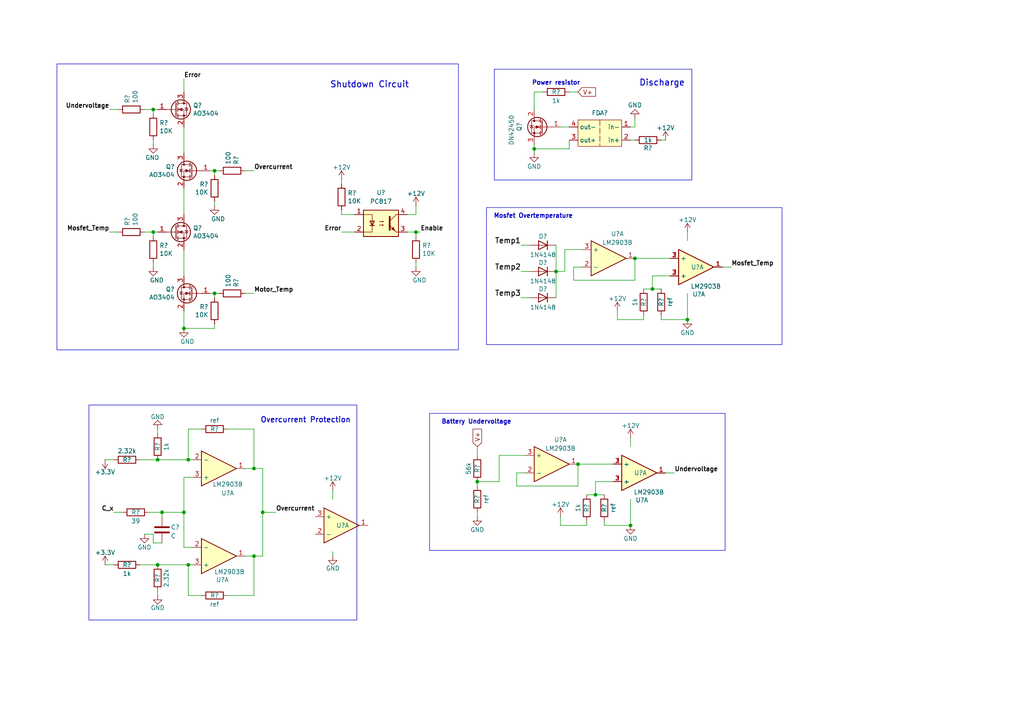
<source format=kicad_sch>
(kicad_sch (version 20250114) (generator "eeschema") (generator_version "9.0")
  (paper "A4")
  (lib_symbols
    (symbol "Device:C" (pin_numbers (hide yes)) (pin_names (offset 0.254))
      (property "Reference" "C" (at 0.635 2.54 0))
      (property "Value" "C" (at 0.635 -2.54 0))
      (symbol "C_0_1"
        (polyline (pts (xy -2.032 0.762) (xy 2.032 0.762)) (stroke (width 0.508)))
        (polyline (pts (xy -2.032 -0.762) (xy 2.032 -0.762)) (stroke (width 0.508)))
      )
      (symbol "C_1_1"
        (pin passive line (at 0 3.81 270) (length 2.794) (name "~") (number "1"))
        (pin passive line (at 0 -3.81 90) (length 2.794) (name "~") (number "2"))
      )
    )
    (symbol "Device:Opamp_Dual"
      (property "Reference" "U" (at 0 5.08 0))
      (property "Value" "Opamp_Dual" (at 0 -5.08 0))
      (symbol "Opamp_Dual_1_1"
        (polyline (pts (xy -5.08 5.08) (xy 5.08 0) (xy -5.08 -5.08) (xy -5.08 5.08)) (stroke (width 0.254)) (fill (type background)))
        (pin input line (at -7.62 2.54 0) (length 2.54) (name "+") (number "3"))
        (pin input line (at -7.62 -2.54 0) (length 2.54) (name "-") (number "2"))
        (pin output line (at 7.62 0 180) (length 2.54) (name "~") (number "1"))
      )
      (symbol "Opamp_Dual_2_1"
        (polyline (pts (xy -5.08 5.08) (xy 5.08 0) (xy -5.08 -5.08) (xy -5.08 5.08)) (stroke (width 0.254)) (fill (type background)))
        (pin input line (at -7.62 2.54 0) (length 2.54) (name "+") (number "5"))
        (pin input line (at -7.62 -2.54 0) (length 2.54) (name "-") (number "6"))
        (pin output line (at 7.62 0 180) (length 2.54) (name "~") (number "7"))
      )
      (symbol "Opamp_Dual_3_1"
        (pin power_in line (at -2.54 7.62 270) (length 3.81) (name "V+") (number "8"))
        (pin power_in line (at -2.54 -7.62 90) (length 3.81) (name "V-") (number "4"))
      )
    )
    (symbol "Device:R" (pin_numbers (hide yes)) (pin_names (offset 0))
      (property "Reference" "R" (at 2.032 0 90))
      (property "Value" "R" (at 0 0 90))
      (symbol "R_0_1"
        (rectangle (start -1.016 -2.54) (end 1.016 2.54) (stroke (width 0.254)))
      )
      (symbol "R_1_1"
        (pin passive line (at 0 3.81 270) (length 1.27) (name "~") (number "1"))
        (pin passive line (at 0 -3.81 90) (length 1.27) (name "~") (number "2"))
      )
    )
    (symbol "Diode:1N4148" (pin_numbers (hide yes)) (pin_names (hide yes))
      (property "Reference" "D" (at 0 2.54 0))
      (property "Value" "1N4148" (at 0 -2.54 0))
      (symbol "1N4148_0_1"
        (polyline (pts (xy -1.27 1.27) (xy -1.27 -1.27)) (stroke (width 0.254)))
        (polyline (pts (xy 1.27 1.27) (xy 1.27 -1.27) (xy -1.27 0) (xy 1.27 1.27)) (stroke (width 0.254)))
        (polyline (pts (xy 1.27 0) (xy -1.27 0)))
      )
      (symbol "1N4148_1_1"
        (pin passive line (at -3.81 0 0) (length 2.54) (name "K") (number "1"))
        (pin passive line (at 3.81 0 180) (length 2.54) (name "A") (number "2"))
      )
    )
    (symbol "Isolator:PC817" (pin_names (offset 1.016))
      (property "Reference" "U" (at -5.08 5.08 0))
      (property "Value" "PC817" (at 0 5.08 0))
      (symbol "PC817_0_1"
        (rectangle (start -5.08 3.81) (end 5.08 -3.81) (stroke (width 0.254)) (fill (type background)))
        (polyline (pts (xy -5.08 2.54) (xy -2.54 2.54) (xy -2.54 -0.635)))
        (polyline (pts (xy -3.175 -0.635) (xy -1.905 -0.635)) (stroke (width 0.254)))
        (polyline (pts (xy -2.54 -0.635) (xy -2.54 -2.54) (xy -5.08 -2.54)))
        (polyline (pts (xy -2.54 -0.635) (xy -3.175 0.635) (xy -1.905 0.635) (xy -2.54 -0.635)) (stroke (width 0.254)))
        (polyline (pts (xy -0.508 0.508) (xy 0.762 0.508) (xy 0.381 0.381) (xy 0.381 0.635) (xy 0.762 0.508)))
        (polyline (pts (xy -0.508 -0.508) (xy 0.762 -0.508) (xy 0.381 -0.635) (xy 0.381 -0.381) (xy 0.762 -0.508)))
        (polyline (pts (xy 2.54 1.905) (xy 2.54 -1.905) (xy 2.54 -1.905)) (stroke (width 0.508)))
        (polyline (pts (xy 2.54 0.635) (xy 4.445 2.54)))
        (polyline (pts (xy 3.048 -1.651) (xy 3.556 -1.143) (xy 4.064 -2.159) (xy 3.048 -1.651) (xy 3.048 -1.651)) (fill (type outline)))
        (polyline (pts (xy 4.445 2.54) (xy 5.08 2.54)))
        (polyline (pts (xy 4.445 -2.54) (xy 2.54 -0.635)) (fill (type outline)))
        (polyline (pts (xy 4.445 -2.54) (xy 5.08 -2.54)))
      )
      (symbol "PC817_1_1"
        (pin passive line (at -7.62 2.54 0) (length 2.54) (name "~") (number "1"))
        (pin passive line (at -7.62 -2.54 0) (length 2.54) (name "~") (number "2"))
        (pin passive line (at 7.62 2.54 180) (length 2.54) (name "~") (number "4"))
        (pin passive line (at 7.62 -2.54 180) (length 2.54) (name "~") (number "3"))
      )
    )
    (symbol "Transistor_FET:2N7002" (pin_names (hide yes))
      (property "Reference" "Q" (at 5.08 1.905 0))
      (property "Value" "2N7002" (at 5.08 0 0))
      (symbol "2N7002_0_1"
        (polyline (pts (xy 0.254 1.905) (xy 0.254 -1.905)) (stroke (width 0.254)))
        (polyline (pts (xy 0.254 0) (xy -2.54 0)))
        (polyline (pts (xy 0.762 2.286) (xy 0.762 1.27)) (stroke (width 0.254)))
        (polyline (pts (xy 0.762 0.508) (xy 0.762 -0.508)) (stroke (width 0.254)))
        (polyline (pts (xy 0.762 -1.27) (xy 0.762 -2.286)) (stroke (width 0.254)))
        (polyline (pts (xy 0.762 -1.778) (xy 3.302 -1.778) (xy 3.302 1.778) (xy 0.762 1.778)))
        (polyline (pts (xy 1.016 0) (xy 2.032 0.381) (xy 2.032 -0.381) (xy 1.016 0)) (fill (type outline)))
        (circle (center 1.651 0) (radius 2.794) (stroke (width 0.254)))
        (polyline (pts (xy 2.54 2.54) (xy 2.54 1.778)))
        (circle (center 2.54 1.778) (radius 0.254) (fill (type outline)))
        (circle (center 2.54 -1.778) (radius 0.254) (fill (type outline)))
        (polyline (pts (xy 2.54 -2.54) (xy 2.54 0) (xy 0.762 0)))
        (polyline (pts (xy 2.794 0.508) (xy 2.921 0.381) (xy 3.683 0.381) (xy 3.81 0.254)))
        (polyline (pts (xy 3.302 0.381) (xy 2.921 -0.254) (xy 3.683 -0.254) (xy 3.302 0.381)))
      )
      (symbol "2N7002_1_1"
        (pin input line (at -5.08 0 0) (length 2.54) (name "G") (number "1"))
        (pin passive line (at 2.54 5.08 270) (length 2.54) (name "D") (number "3"))
        (pin passive line (at 2.54 -5.08 90) (length 2.54) (name "S") (number "2"))
      )
    )
    (symbol "Transistor_FET:IPD50R380CE" (pin_names (hide yes))
      (property "Reference" "Q" (at 5.08 1.905 0))
      (property "Value" "IPD50R380CE" (at 5.08 0 0))
      (symbol "IPD50R380CE_0_1"
        (polyline (pts (xy 0.254 1.905) (xy 0.254 -1.905)) (stroke (width 0.254)))
        (polyline (pts (xy 0.254 0) (xy -2.54 0)))
        (polyline (pts (xy 0.762 2.286) (xy 0.762 1.27)) (stroke (width 0.254)))
        (polyline (pts (xy 0.762 0.508) (xy 0.762 -0.508)) (stroke (width 0.254)))
        (polyline (pts (xy 0.762 -1.27) (xy 0.762 -2.286)) (stroke (width 0.254)))
        (polyline (pts (xy 0.762 -1.778) (xy 3.302 -1.778) (xy 3.302 1.778) (xy 0.762 1.778)))
        (polyline (pts (xy 1.016 0) (xy 2.032 0.381) (xy 2.032 -0.381) (xy 1.016 0)) (fill (type outline)))
        (circle (center 1.651 0) (radius 2.794) (stroke (width 0.254)))
        (polyline (pts (xy 2.54 2.54) (xy 2.54 1.778)))
        (circle (center 2.54 1.778) (radius 0.254) (fill (type outline)))
        (circle (center 2.54 -1.778) (radius 0.254) (fill (type outline)))
        (polyline (pts (xy 2.54 -2.54) (xy 2.54 0) (xy 0.762 0)))
        (polyline (pts (xy 2.794 0.508) (xy 2.921 0.381) (xy 3.683 0.381) (xy 3.81 0.254)))
        (polyline (pts (xy 3.302 0.381) (xy 2.921 -0.254) (xy 3.683 -0.254) (xy 3.302 0.381)))
      )
      (symbol "IPD50R380CE_1_1"
        (pin input line (at -5.08 0 0) (length 2.54) (name "G") (number "1"))
        (pin passive line (at 2.54 5.08 270) (length 2.54) (name "D") (number "2"))
        (pin passive line (at 2.54 -5.08 90) (length 2.54) (name "S") (number "3"))
      )
    )
    (symbol "mosfetDriver:FDA117"
      (property "Reference" "U" (at 0 4.826 0))
      (symbol "FDA117_1_1"
        (rectangle (start -6.35 3.302) (end 6.35 -4.318) (fill (type background)))
        (polyline (pts (xy 0 3.302) (xy 0 -4.318)) (stroke (width 0) (type dash)))
        (pin output line (at -8.89 1.27 0) (length 2.54) (name "out-") (number "4"))
        (pin output line (at -8.89 -2.54 0) (length 2.54) (name "out+") (number "3"))
        (pin input line (at 8.89 1.27 180) (length 2.54) (name "in-") (number "1"))
        (pin input line (at 8.89 -2.54 180) (length 2.54) (name "in+") (number "2"))
      )
    )
    (symbol "power:+12V" (power) (pin_numbers (hide yes)) (pin_names (offset 0) (hide yes))
      (property "Value" "+12V" (at 0 3.556 0))
      (symbol "+12V_0_1"
        (polyline (pts (xy -0.762 1.27) (xy 0 2.54)))
        (polyline (pts (xy 0 2.54) (xy 0.762 1.27)))
        (polyline (pts (xy 0 0) (xy 0 2.54)))
      )
      (symbol "+12V_1_1"
        (pin power_in line (at 0 0 90) (length 0) (name "~") (number "1"))
      )
    )
    (symbol "power:+3.3V" (power) (pin_numbers (hide yes)) (pin_names (offset 0) (hide yes))
      (property "Value" "+3.3V" (at 0 3.556 0))
      (symbol "+3.3V_0_1"
        (polyline (pts (xy -0.762 1.27) (xy 0 2.54)))
        (polyline (pts (xy 0 2.54) (xy 0.762 1.27)))
        (polyline (pts (xy 0 0) (xy 0 2.54)))
      )
      (symbol "+3.3V_1_1"
        (pin power_in line (at 0 0 90) (length 0) (name "~") (number "1"))
      )
    )
    (symbol "power:GND" (power) (pin_numbers (hide yes)) (pin_names (offset 0) (hide yes))
      (property "Value" "GND" (at 0 -3.81 0))
      (symbol "GND_0_1"
        (polyline (pts (xy 0 0) (xy 0 -1.27) (xy 1.27 -1.27) (xy 0 -2.54) (xy -1.27 -1.27) (xy 0 -1.27)))
      )
      (symbol "GND_1_1"
        (pin power_in line (at 0 0 270) (length 0) (name "~") (number "1"))
      )
    )
  )
  (rectangle (start 143.383 20.066) (end 200.66 52.197))
  (rectangle (start 141.097 60.198) (end 226.822 99.949))
  (rectangle (start 16.51 18.542) (end 132.969 101.473))
  (rectangle (start 124.587 119.888) (end 210.312 159.639))
  (rectangle (start 25.781 117.475) (end 103.505 179.832))
  (text "Mosfet Overtemperature" (at 154.686 62.738 0) (effects (font (size 1.27 1.27) (thickness 0.254) (bold yes))))
  (text "Battery Undervoltage" (at 138.176 122.428 0) (effects (font (size 1.27 1.27) (thickness 0.254) (bold yes))))
  (text "Overcurrent Protection" (at 88.646 121.92 0) (effects (font (size 1.524 1.524) (thickness 0.254) (bold yes))))
  (text "Shutdown Circuit" (at 107.188 24.638 0) (effects (font (size 1.778 1.778) (thickness 0.254) (bold yes))))
  (text "Discharge" (at 192.024 24.13 0) (effects (font (size 1.778 1.778) (thickness 0.254) (bold yes))))
  (text "Power resistor" (at 161.29 24.13 0) (effects (font (size 1.27 1.27) (thickness 0.254) (bold yes))))
  (junction (at 184.15 74.93))
  (junction (at 73.66 135.89))
  (junction (at 120.65 67.31))
  (junction (at 73.66 161.29))
  (junction (at 154.94 43.18))
  (junction (at 138.43 139.7))
  (junction (at 53.34 95.25))
  (junction (at 172.72 143.51))
  (junction (at 167.64 134.62))
  (junction (at 44.45 67.31))
  (junction (at 53.34 148.59))
  (junction (at 161.29 78.74))
  (junction (at 199.39 92.71))
  (junction (at 62.23 49.53))
  (junction (at 54.61 133.35))
  (junction (at 182.88 152.4))
  (junction (at 54.61 163.83))
  (junction (at 62.23 85.09))
  (junction (at 45.72 133.35))
  (junction (at 76.2 148.59))
  (junction (at 46.99 148.59))
  (junction (at 189.23 83.82))
  (junction (at 44.45 31.75))
  (junction (at 45.72 163.83))
  (wire (pts (xy 167.64 134.62) (xy 177.8 134.62)))
  (wire (pts (xy 184.15 81.28) (xy 184.15 74.93)))
  (wire (pts (xy 170.18 152.4) (xy 170.18 151.13)))
  (wire (pts (xy 44.45 157.48) (xy 44.45 154.94)))
  (wire (pts (xy 120.65 62.23) (xy 118.11 62.23)))
  (wire (pts (xy 62.23 58.42) (xy 62.23 59.69)))
  (wire (pts (xy 66.04 172.72) (xy 73.66 172.72)))
  (wire (pts (xy 45.72 125.73) (xy 45.72 124.46)))
  (wire (pts (xy 186.69 92.71) (xy 186.69 91.44)))
  (wire (pts (xy 144.78 132.08) (xy 144.78 139.7)))
  (wire (pts (xy 120.65 59.69) (xy 120.65 62.23)))
  (wire (pts (xy 45.72 163.83) (xy 54.61 163.83)))
  (wire (pts (xy 53.34 54.61) (xy 53.34 62.23)))
  (wire (pts (xy 191.77 92.71) (xy 199.39 92.71)))
  (wire (pts (xy 182.88 36.83) (xy 184.15 36.83)))
  (wire (pts (xy 41.91 67.31) (xy 44.45 67.31)))
  (wire (pts (xy 55.88 163.83) (xy 54.61 163.83)))
  (wire (pts (xy 62.23 49.53) (xy 63.5 49.53)))
  (wire (pts (xy 40.64 133.35) (xy 45.72 133.35)))
  (wire (pts (xy 99.06 62.23) (xy 102.87 62.23)))
  (wire (pts (xy 31.75 67.31) (xy 34.29 67.31)))
  (wire (pts (xy 53.34 148.59) (xy 53.34 158.75)))
  (wire (pts (xy 151.13 78.74) (xy 153.67 78.74)))
  (wire (pts (xy 154.94 43.18) (xy 165.1 43.18)))
  (wire (pts (xy 191.77 91.44) (xy 191.77 92.71)))
  (wire (pts (xy 138.43 139.7) (xy 138.43 140.97)))
  (wire (pts (xy 99.06 52.07) (xy 99.06 53.34)))
  (wire (pts (xy 53.34 36.83) (xy 53.34 44.45)))
  (wire (pts (xy 45.72 133.35) (xy 54.61 133.35)))
  (wire (pts (xy 53.34 158.75) (xy 55.88 158.75)))
  (wire (pts (xy 175.26 152.4) (xy 182.88 152.4)))
  (wire (pts (xy 40.64 163.83) (xy 45.72 163.83)))
  (wire (pts (xy 144.78 139.7) (xy 138.43 139.7)))
  (wire (pts (xy 120.65 67.31) (xy 118.11 67.31)))
  (wire (pts (xy 182.88 144.78) (xy 182.88 152.4)))
  (wire (pts (xy 73.66 172.72) (xy 73.66 161.29)))
  (wire (pts (xy 172.72 143.51) (xy 175.26 143.51)))
  (wire (pts (xy 184.15 36.83) (xy 184.15 34.29)))
  (wire (pts (xy 46.99 148.59) (xy 53.34 148.59)))
  (wire (pts (xy 76.2 148.59) (xy 80.01 148.59)))
  (wire (pts (xy 149.86 140.97) (xy 167.64 140.97)))
  (wire (pts (xy 191.77 40.64) (xy 193.04 40.64)))
  (wire (pts (xy 99.06 60.96) (xy 99.06 62.23)))
  (wire (pts (xy 30.48 133.35) (xy 33.02 133.35)))
  (wire (pts (xy 138.43 129.54) (xy 138.43 132.08)))
  (wire (pts (xy 175.26 151.13) (xy 175.26 152.4)))
  (wire (pts (xy 179.07 92.71) (xy 186.69 92.71)))
  (wire (pts (xy 189.23 83.82) (xy 191.77 83.82)))
  (wire (pts (xy 44.45 31.75) (xy 45.72 31.75)))
  (wire (pts (xy 71.12 161.29) (xy 73.66 161.29)))
  (wire (pts (xy 161.29 78.74) (xy 161.29 86.36)))
  (wire (pts (xy 96.52 160.02) (xy 96.52 161.29)))
  (wire (pts (xy 166.37 77.47) (xy 166.37 81.28)))
  (wire (pts (xy 154.94 41.91) (xy 154.94 43.18)))
  (wire (pts (xy 54.61 163.83) (xy 54.61 172.72)))
  (wire (pts (xy 62.23 86.36) (xy 62.23 85.09)))
  (wire (pts (xy 182.88 40.64) (xy 184.15 40.64)))
  (wire (pts (xy 76.2 148.59) (xy 76.2 161.29)))
  (wire (pts (xy 161.29 71.12) (xy 161.29 78.74)))
  (wire (pts (xy 53.34 22.86) (xy 53.34 26.67)))
  (wire (pts (xy 44.45 157.48) (xy 46.99 157.48)))
  (wire (pts (xy 193.04 137.16) (xy 195.58 137.16)))
  (wire (pts (xy 62.23 93.98) (xy 62.23 95.25)))
  (wire (pts (xy 44.45 40.64) (xy 44.45 41.91)))
  (wire (pts (xy 53.34 90.17) (xy 53.34 95.25)))
  (wire (pts (xy 166.37 81.28) (xy 184.15 81.28)))
  (wire (pts (xy 162.56 149.86) (xy 162.56 152.4)))
  (wire (pts (xy 179.07 90.17) (xy 179.07 92.71)))
  (wire (pts (xy 53.34 138.43) (xy 53.34 148.59)))
  (wire (pts (xy 163.83 78.74) (xy 163.83 72.39)))
  (wire (pts (xy 209.55 77.47) (xy 212.09 77.47)))
  (wire (pts (xy 73.66 49.53) (xy 71.12 49.53)))
  (wire (pts (xy 58.42 124.46) (xy 54.61 124.46)))
  (wire (pts (xy 144.78 132.08) (xy 152.4 132.08)))
  (wire (pts (xy 62.23 50.8) (xy 62.23 49.53)))
  (wire (pts (xy 62.23 85.09) (xy 60.96 85.09)))
  (wire (pts (xy 41.91 31.75) (xy 44.45 31.75)))
  (wire (pts (xy 120.65 67.31) (xy 121.92 67.31)))
  (wire (pts (xy 73.66 124.46) (xy 73.66 135.89)))
  (wire (pts (xy 66.04 124.46) (xy 73.66 124.46)))
  (wire (pts (xy 172.72 139.7) (xy 172.72 143.51)))
  (wire (pts (xy 186.69 83.82) (xy 189.23 83.82)))
  (wire (pts (xy 76.2 135.89) (xy 76.2 148.59)))
  (wire (pts (xy 44.45 33.02) (xy 44.45 31.75)))
  (wire (pts (xy 154.94 43.18) (xy 154.94 44.45)))
  (wire (pts (xy 44.45 67.31) (xy 45.72 67.31)))
  (wire (pts (xy 182.88 127) (xy 182.88 129.54)))
  (wire (pts (xy 162.56 36.83) (xy 165.1 36.83)))
  (wire (pts (xy 149.86 137.16) (xy 149.86 140.97)))
  (wire (pts (xy 138.43 148.59) (xy 138.43 149.86)))
  (wire (pts (xy 177.8 139.7) (xy 172.72 139.7)))
  (wire (pts (xy 73.66 135.89) (xy 76.2 135.89)))
  (wire (pts (xy 54.61 172.72) (xy 58.42 172.72)))
  (wire (pts (xy 151.13 86.36) (xy 153.67 86.36)))
  (wire (pts (xy 44.45 76.2) (xy 44.45 77.47)))
  (wire (pts (xy 167.64 140.97) (xy 167.64 134.62)))
  (wire (pts (xy 73.66 85.09) (xy 71.12 85.09)))
  (wire (pts (xy 162.56 152.4) (xy 170.18 152.4)))
  (wire (pts (xy 30.48 163.83) (xy 33.02 163.83)))
  (wire (pts (xy 54.61 124.46) (xy 54.61 133.35)))
  (wire (pts (xy 99.06 67.31) (xy 102.87 67.31)))
  (wire (pts (xy 44.45 68.58) (xy 44.45 67.31)))
  (wire (pts (xy 44.45 154.94) (xy 41.91 154.94)))
  (wire (pts (xy 165.1 43.18) (xy 165.1 40.64)))
  (wire (pts (xy 161.29 78.74) (xy 163.83 78.74)))
  (wire (pts (xy 184.15 74.93) (xy 194.31 74.93)))
  (wire (pts (xy 76.2 161.29) (xy 73.66 161.29)))
  (wire (pts (xy 96.52 142.24) (xy 96.52 144.78)))
  (wire (pts (xy 199.39 85.09) (xy 199.39 92.71)))
  (wire (pts (xy 53.34 72.39) (xy 53.34 80.01)))
  (wire (pts (xy 62.23 49.53) (xy 60.96 49.53)))
  (wire (pts (xy 33.02 148.59) (xy 35.56 148.59)))
  (wire (pts (xy 151.13 71.12) (xy 153.67 71.12)))
  (wire (pts (xy 199.39 67.31) (xy 199.39 69.85)))
  (wire (pts (xy 194.31 80.01) (xy 189.23 80.01)))
  (wire (pts (xy 46.99 149.86) (xy 46.99 148.59)))
  (wire (pts (xy 157.48 26.67) (xy 154.94 26.67)))
  (wire (pts (xy 154.94 26.67) (xy 154.94 31.75)))
  (wire (pts (xy 62.23 85.09) (xy 63.5 85.09)))
  (wire (pts (xy 43.18 148.59) (xy 46.99 148.59)))
  (wire (pts (xy 31.75 31.75) (xy 34.29 31.75)))
  (wire (pts (xy 55.88 138.43) (xy 53.34 138.43)))
  (wire (pts (xy 168.91 77.47) (xy 166.37 77.47)))
  (wire (pts (xy 120.65 76.2) (xy 120.65 77.47)))
  (wire (pts (xy 45.72 171.45) (xy 45.72 172.72)))
  (wire (pts (xy 120.65 67.31) (xy 120.65 68.58)))
  (wire (pts (xy 152.4 137.16) (xy 149.86 137.16)))
  (wire (pts (xy 53.34 95.25) (xy 62.23 95.25)))
  (wire (pts (xy 170.18 143.51) (xy 172.72 143.51)))
  (wire (pts (xy 163.83 72.39) (xy 168.91 72.39)))
  (wire (pts (xy 189.23 80.01) (xy 189.23 83.82)))
  (wire (pts (xy 167.64 26.67) (xy 165.1 26.67)))
  (wire (pts (xy 71.12 135.89) (xy 73.66 135.89)))
  (wire (pts (xy 54.61 133.35) (xy 55.88 133.35)))
  (label "Overcurrent" (at 73.66 49.53 0) (effects (font (thickness 0.254) (bold yes))))
  (label "Error" (at 53.34 22.86 0) (effects (font (thickness 0.254) (bold yes))))
  (label "Mosfet_Temp" (at 212.09 77.47 0) (effects (font (thickness 0.254) (bold yes))))
  (label "Mosfet_Temp" (at 31.75 67.31 180) (effects (font (thickness 0.254) (bold yes))))
  (label "Overcurrent" (at 80.01 148.59 0) (effects (font (thickness 0.254) (bold yes))))
  (label "Error" (at 99.06 67.31 180) (effects (font (thickness 0.254) (bold yes))))
  (label "Motor_Temp" (at 73.66 85.09 0) (effects (font (thickness 0.254) (bold yes))))
  (label "Temp2" (at 151.13 78.74 180) (effects (font (size 1.524 1.524) (thickness 0.254) (bold yes))))
  (label "Undervoltage" (at 31.75 31.75 180) (effects (font (thickness 0.254) (bold yes))))
  (label "Temp3" (at 151.13 86.36 180) (effects (font (size 1.524 1.524) (thickness 0.254) (bold yes))))
  (label "Undervoltage" (at 195.58 137.16 0) (effects (font (thickness 0.254) (bold yes))))
  (label "C_x" (at 33.02 148.59 180) (effects (font (thickness 0.254) (bold yes))))
  (label "Temp1" (at 151.13 71.12 180) (effects (font (size 1.524 1.524) (thickness 0.254) (bold yes))))
  (label "Enable" (at 121.92 67.31 0) (effects (font (thickness 0.254) (bold yes))))
  (global_label "V+" (shape input) (at 167.64 26.67 0) (property "Intersheetrefs" "${INTERSHEET_REFS}" (effects (hide yes))))
  (global_label "V+" (shape input) (at 138.43 129.54 90) (property "Intersheetrefs" "${INTERSHEET_REFS}" (effects (hide yes))))
  (symbol (lib_id "Transistor_FET:2N7002") (at 55.88 49.53 0) (mirror y) (unit 1)
    (property "Reference" "Q?" (at 50.6984 48.3616 0) (effects (justify left)))
    (property "Value" "AO3404" (at 50.6984 50.673 0) (effects (justify left)))
    (property "Footprint" "Package_TO_SOT_SMD:SOT-23_Handsoldering" (effects (hide yes)))
    (property "Datasheet" "https://www.onsemi.com/pub/Collateral/NDS7002A-D.PDF" (effects (hide yes)))
  )
  (symbol (lib_id "Device:R") (at 62.23 54.61 0) (mirror y) (unit 1)
    (property "Reference" "R?" (at 60.452 53.4416 0) (effects (justify left)))
    (property "Value" "10K" (at 60.452 55.753 0) (effects (justify left)))
    (property "Footprint" "Resistor_SMD:R_0805_2012Metric_Pad1.20x1.40mm_HandSolder" (effects (hide yes)))
  )
  (symbol (lib_id "Device:R") (at 67.31 49.53 270) (mirror x) (unit 1)
    (property "Reference" "R?" (at 68.4784 47.752 0) (effects (justify left)))
    (property "Value" "100" (at 66.167 47.752 0) (effects (justify left)))
    (property "Footprint" "Resistor_SMD:R_0805_2012Metric_Pad1.20x1.40mm_HandSolder" (effects (hide yes)))
  )
  (symbol (lib_id "Transistor_FET:2N7002") (at 50.8 67.31 0) (unit 1)
    (property "Reference" "Q?" (at 55.9816 66.1416 0) (effects (justify left)))
    (property "Value" "AO3404" (at 55.9816 68.453 0) (effects (justify left)))
    (property "Footprint" "Package_TO_SOT_SMD:SOT-23_Handsoldering" (effects (hide yes)))
    (property "Datasheet" "https://www.onsemi.com/pub/Collateral/NDS7002A-D.PDF" (effects (hide yes)))
  )
  (symbol (lib_id "Device:R") (at 44.45 72.39 0) (unit 1)
    (property "Reference" "R?" (at 46.228 71.2216 0) (effects (justify left)))
    (property "Value" "10K" (at 46.228 73.533 0) (effects (justify left)))
    (property "Footprint" "Resistor_SMD:R_0805_2012Metric_Pad1.20x1.40mm_HandSolder" (effects (hide yes)))
  )
  (symbol (lib_id "Device:R") (at 38.1 67.31 90) (unit 1)
    (property "Reference" "R?" (at 36.9316 65.532 0) (effects (justify left)))
    (property "Value" "100" (at 39.243 65.532 0) (effects (justify left)))
    (property "Footprint" "Resistor_SMD:R_0805_2012Metric_Pad1.20x1.40mm_HandSolder" (effects (hide yes)))
  )
  (symbol (lib_id "Transistor_FET:2N7002") (at 55.88 85.09 0) (mirror y) (unit 1)
    (property "Reference" "Q?" (at 50.6984 83.9216 0) (effects (justify left)))
    (property "Value" "AO3404" (at 50.6984 86.233 0) (effects (justify left)))
    (property "Footprint" "Package_TO_SOT_SMD:SOT-23_Handsoldering" (effects (hide yes)))
    (property "Datasheet" "https://www.onsemi.com/pub/Collateral/NDS7002A-D.PDF" (effects (hide yes)))
  )
  (symbol (lib_id "Device:R") (at 62.23 90.17 0) (mirror y) (unit 1)
    (property "Reference" "R?" (at 60.452 89.0016 0) (effects (justify left)))
    (property "Value" "10K" (at 60.452 91.313 0) (effects (justify left)))
    (property "Footprint" "Resistor_SMD:R_0805_2012Metric_Pad1.20x1.40mm_HandSolder" (effects (hide yes)))
  )
  (symbol (lib_id "Device:R") (at 67.31 85.09 270) (mirror x) (unit 1)
    (property "Reference" "R?" (at 68.4784 83.312 0) (effects (justify left)))
    (property "Value" "100" (at 66.167 83.312 0) (effects (justify left)))
    (property "Footprint" "Resistor_SMD:R_0805_2012Metric_Pad1.20x1.40mm_HandSolder" (effects (hide yes)))
  )
  (symbol (lib_id "Transistor_FET:2N7002") (at 50.8 31.75 0) (unit 1)
    (property "Reference" "Q?" (at 55.9816 30.5816 0) (effects (justify left)))
    (property "Value" "AO3404" (at 55.9816 32.893 0) (effects (justify left)))
    (property "Footprint" "Package_TO_SOT_SMD:SOT-23_Handsoldering" (effects (hide yes)))
    (property "Datasheet" "https://www.onsemi.com/pub/Collateral/NDS7002A-D.PDF" (effects (hide yes)))
  )
  (symbol (lib_id "Device:R") (at 44.45 36.83 0) (unit 1)
    (property "Reference" "R?" (at 46.228 35.6616 0) (effects (justify left)))
    (property "Value" "10K" (at 46.228 37.973 0) (effects (justify left)))
    (property "Footprint" "Resistor_SMD:R_0805_2012Metric_Pad1.20x1.40mm_HandSolder" (effects (hide yes)))
  )
  (symbol (lib_id "Device:R") (at 38.1 31.75 90) (unit 1)
    (property "Reference" "R?" (at 36.9316 29.972 0) (effects (justify left)))
    (property "Value" "100" (at 39.243 29.972 0) (effects (justify left)))
    (property "Footprint" "Resistor_SMD:R_0805_2012Metric_Pad1.20x1.40mm_HandSolder" (effects (hide yes)))
  )
  (symbol (lib_id "power:+12V") (at 182.88 127 0) (unit 1)
    (property "Reference" "#PWR?" (effects (hide yes)))
    (property "Value" "+12V" (at 182.88 123.444 0))
    (property "Description" "Power symbol creates a global label with name \"+12V\"" (effects (hide yes)))
  )
  (symbol (lib_id "power:+3.3V") (at 30.48 163.83 0) (unit 1)
    (property "Reference" "#PWR?" (effects (hide yes)))
    (property "Value" "+3.3V" (at 30.48 160.274 0))
    (property "Description" "Power symbol creates a global label with name \"+3.3V\"" (effects (hide yes)))
  )
  (symbol (lib_id "Device:R") (at 186.69 87.63 180) (unit 1)
    (property "Reference" "R?" (at 186.69 87.63 90))
    (property "Value" "1k" (at 184.15 87.63 90))
    (property "Description" "Resistor" (effects (hide yes)))
  )
  (symbol (lib_id "Device:R") (at 191.77 87.63 180) (unit 1)
    (property "Reference" "R?" (at 191.77 87.63 90))
    (property "Value" "ref" (at 194.31 87.63 90))
    (property "Description" "Resistor" (effects (hide yes)))
  )
  (symbol (lib_id "power:GND") (at 45.72 124.46 0) (mirror x) (unit 1)
    (property "Reference" "#PWR?" (effects (hide yes)))
    (property "Value" "GND" (at 45.72 120.904 0))
    (property "Description" "Power symbol creates a global label with name \"GND\" , ground" (effects (hide yes)))
  )
  (symbol (lib_id "power:GND") (at 184.15 34.29 180) (unit 1)
    (property "Reference" "#PWR?" (effects (hide yes)))
    (property "Value" "GND" (at 184.15 30.48 0))
  )
  (symbol (lib_id "power:GND") (at 96.52 161.29 0) (unit 1)
    (property "Reference" "#PWR?" (effects (hide yes)))
    (property "Value" "GND" (at 96.52 164.846 0))
    (property "Description" "Power symbol creates a global label with name \"GND\" , ground" (effects (hide yes)))
  )
  (symbol (lib_id "Device:Opamp_Dual") (at 63.5 135.89 0) (mirror x) (unit 1)
    (property "Reference" "U?" (at 66.04 143.002 0))
    (property "Value" "LM2903B" (at 66.04 140.462 0))
    (property "Description" "Dual operational amplifier" (effects (hide yes)))
    (property "Sim.Library" "${KICAD7_SYMBOL_DIR}/Simulation_SPICE.sp" (effects (hide yes)))
    (property "Sim.Name" "kicad_builtin_opamp_dual" (effects (hide yes)))
    (property "Sim.Device" "SUBCKT" (effects (hide yes)))
    (property "Sim.Pins" "1=out1 2=in1- 3=in1+ 4=vee 5=in2+ 6=in2- 7=out2 8=vcc" (effects (hide yes)))
  )
  (symbol (lib_id "Device:C") (at 46.99 153.67 0) (unit 1)
    (property "Reference" "C?" (at 49.53 152.908 0) (effects (justify left)))
    (property "Value" "C" (at 49.53 155.448 0) (effects (justify left)))
    (property "Description" "Unpolarized capacitor" (effects (hide yes)))
  )
  (symbol (lib_id "power:+12V") (at 193.04 40.64 0) (unit 1)
    (property "Reference" "#PWR?" (effects (hide yes)))
    (property "Value" "+12V" (at 193.04 37.084 0))
    (property "Description" "Power symbol creates a global label with name \"+12V\"" (effects (hide yes)))
  )
  (symbol (lib_id "Device:R") (at 62.23 172.72 90) (unit 1)
    (property "Reference" "R?" (at 62.23 172.72 90))
    (property "Value" "ref" (at 62.23 175.26 90))
    (property "Description" "Resistor" (effects (hide yes)))
  )
  (symbol (lib_id "Device:Opamp_Dual") (at 185.42 137.16 0) (unit 1)
    (property "Reference" "U?" (at 183.896 137.16 0) (effects (justify left)))
    (property "Value" "LM2903B" (effects (hide yes)))
    (property "Description" "Dual operational amplifier" (effects (hide yes)))
    (property "Sim.Library" "${KICAD7_SYMBOL_DIR}/Simulation_SPICE.sp" (effects (hide yes)))
    (property "Sim.Name" "kicad_builtin_opamp_dual" (effects (hide yes)))
    (property "Sim.Device" "SUBCKT" (effects (hide yes)))
    (property "Sim.Pins" "1=out1 2=in1- 3=in1+ 4=vee 5=in2+ 6=in2- 7=out2 8=vcc" (effects (hide yes)))
  )
  (symbol (lib_id "Device:Opamp_Dual") (at 176.53 74.93 0) (unit 1)
    (property "Reference" "U?" (at 179.07 67.818 0))
    (property "Value" "LM2903B" (at 179.07 70.358 0))
    (property "Description" "Dual operational amplifier" (effects (hide yes)))
    (property "Sim.Library" "${KICAD7_SYMBOL_DIR}/Simulation_SPICE.sp" (effects (hide yes)))
    (property "Sim.Name" "kicad_builtin_opamp_dual" (effects (hide yes)))
    (property "Sim.Device" "SUBCKT" (effects (hide yes)))
    (property "Sim.Pins" "1=out1 2=in1- 3=in1+ 4=vee 5=in2+ 6=in2- 7=out2 8=vcc" (effects (hide yes)))
  )
  (symbol (lib_id "power:+12V") (at 120.65 59.69 0) (unit 1)
    (property "Reference" "#PWR?" (effects (hide yes)))
    (property "Value" "+12V" (at 120.65 56.134 0))
    (property "Description" "Power symbol creates a global label with name \"+12V\"" (effects (hide yes)))
  )
  (symbol (lib_id "power:+3.3V") (at 30.48 133.35 0) (mirror x) (unit 1)
    (property "Reference" "#PWR?" (effects (hide yes)))
    (property "Value" "+3.3V" (at 30.48 136.906 0))
    (property "Description" "Power symbol creates a global label with name \"+3.3V\"" (effects (hide yes)))
  )
  (symbol (lib_id "Device:Opamp_Dual") (at 63.5 161.29 0) (mirror x) (unit 1)
    (property "Reference" "U?" (at 64.516 168.148 0))
    (property "Value" "LM2903B" (at 66.548 165.862 0))
    (property "Description" "Dual operational amplifier" (effects (hide yes)))
    (property "Sim.Library" "${KICAD7_SYMBOL_DIR}/Simulation_SPICE.sp" (effects (hide yes)))
    (property "Sim.Name" "kicad_builtin_opamp_dual" (effects (hide yes)))
    (property "Sim.Device" "SUBCKT" (effects (hide yes)))
    (property "Sim.Pins" "1=out1 2=in1- 3=in1+ 4=vee 5=in2+ 6=in2- 7=out2 8=vcc" (effects (hide yes)))
  )
  (symbol (lib_id "mosfetDriver:FDA117") (at 173.99 38.1 0) (unit 1)
    (property "Reference" "FDA?" (at 173.99 32.766 0))
    (property "Value" "~" (at 173.99 33.02 0))
    (property "Footprint" "custom:FDA117" (effects (hide yes)))
  )
  (symbol (lib_id "Device:R") (at 39.37 148.59 90) (unit 1)
    (property "Reference" "R?" (at 39.37 148.59 90))
    (property "Value" "39" (at 39.37 151.13 90))
    (property "Description" "Resistor" (effects (hide yes)))
  )
  (symbol (lib_id "Device:Opamp_Dual") (at 201.93 77.47 0) (mirror x) (unit 1)
    (property "Reference" "U?" (at 202.692 85.344 0))
    (property "Value" "LM2903B" (at 204.724 83.058 0))
    (property "Description" "Dual operational amplifier" (effects (hide yes)))
    (property "Sim.Library" "${KICAD7_SYMBOL_DIR}/Simulation_SPICE.sp" (effects (hide yes)))
    (property "Sim.Name" "kicad_builtin_opamp_dual" (effects (hide yes)))
    (property "Sim.Device" "SUBCKT" (effects (hide yes)))
    (property "Sim.Pins" "1=out1 2=in1- 3=in1+ 4=vee 5=in2+ 6=in2- 7=out2 8=vcc" (effects (hide yes)))
  )
  (symbol (lib_id "Device:R") (at 161.29 26.67 90) (unit 1)
    (property "Reference" "R?" (at 161.29 26.67 90))
    (property "Value" "1k" (at 161.29 29.21 90))
    (property "Description" "Resistor" (effects (hide yes)))
  )
  (symbol (lib_id "power:GND") (at 154.94 44.45 0) (unit 1)
    (property "Reference" "#PWR?" (effects (hide yes)))
    (property "Value" "GND" (at 154.94 48.26 0))
    (property "Description" "Power symbol creates a global label with name \"GND\" , ground" (effects (hide yes)))
  )
  (symbol (lib_id "power:GND") (at 44.45 77.47 0) (unit 1)
    (property "Reference" "#PWR?" (effects (hide yes)))
    (property "Value" "GND" (at 45.466 81.28 0))
    (property "Description" "Power symbol creates a global label with name \"GND\" , ground" (effects (hide yes)))
  )
  (symbol (lib_id "Device:Opamp_Dual") (at 201.93 77.47 0) (unit 1)
    (property "Reference" "U?" (at 200.406 77.47 0) (effects (justify left)))
    (property "Value" "LM2903B" (effects (hide yes)))
    (property "Description" "Dual operational amplifier" (effects (hide yes)))
    (property "Sim.Library" "${KICAD7_SYMBOL_DIR}/Simulation_SPICE.sp" (effects (hide yes)))
    (property "Sim.Name" "kicad_builtin_opamp_dual" (effects (hide yes)))
    (property "Sim.Device" "SUBCKT" (effects (hide yes)))
    (property "Sim.Pins" "1=out1 2=in1- 3=in1+ 4=vee 5=in2+ 6=in2- 7=out2 8=vcc" (effects (hide yes)))
  )
  (symbol (lib_id "Diode:1N4148") (at 157.48 78.74 180) (unit 1)
    (property "Reference" "D?" (at 157.48 76.2 0))
    (property "Value" "1N4148" (at 157.48 81.534 0))
    (property "Footprint" "Diode_THT:D_DO-35_SOD27_P7.62mm_Horizontal" (effects (hide yes)))
    (property "Datasheet" "https://assets.nexperia.com/documents/data-sheet/1N4148_1N4448.pdf" (effects (hide yes)))
    (property "Description" "100V 0.15A standard switching diode, DO-35" (effects (hide yes)))
    (property "Sim.Device" "D" (effects (hide yes)))
    (property "Sim.Pins" "1=K 2=A" (effects (hide yes)))
  )
  (symbol (lib_id "Diode:1N4148") (at 157.48 71.12 180) (unit 1)
    (property "Reference" "D?" (at 157.48 68.58 0))
    (property "Value" "1N4148" (at 157.48 73.914 0))
    (property "Footprint" "Diode_THT:D_DO-35_SOD27_P7.62mm_Horizontal" (effects (hide yes)))
    (property "Datasheet" "https://assets.nexperia.com/documents/data-sheet/1N4148_1N4448.pdf" (effects (hide yes)))
    (property "Description" "100V 0.15A standard switching diode, DO-35" (effects (hide yes)))
    (property "Sim.Device" "D" (effects (hide yes)))
    (property "Sim.Pins" "1=K 2=A" (effects (hide yes)))
  )
  (symbol (lib_id "power:GND") (at 138.43 149.86 0) (unit 1)
    (property "Reference" "#PWR?" (effects (hide yes)))
    (property "Value" "GND" (at 138.43 153.67 0))
    (property "Description" "Power symbol creates a global label with name \"GND\" , ground" (effects (hide yes)))
  )
  (symbol (lib_id "Device:R") (at 99.06 57.15 0) (unit 1)
    (property "Reference" "R?" (at 100.838 55.9816 0) (effects (justify left)))
    (property "Value" "10K" (at 100.838 58.293 0) (effects (justify left)))
    (property "Footprint" "Resistor_SMD:R_0805_2012Metric_Pad1.20x1.40mm_HandSolder" (effects (hide yes)))
  )
  (symbol (lib_id "power:GND") (at 44.45 41.91 0) (unit 1)
    (property "Reference" "#PWR?" (effects (hide yes)))
    (property "Value" "GND" (at 44.196 45.72 0))
    (property "Description" "Power symbol creates a global label with name \"GND\" , ground" (effects (hide yes)))
  )
  (symbol (lib_id "Device:R") (at 175.26 147.32 180) (unit 1)
    (property "Reference" "R?" (at 175.26 147.32 90))
    (property "Value" "ref" (at 177.8 147.32 90))
    (property "Description" "Resistor" (effects (hide yes)))
  )
  (symbol (lib_id "Device:R") (at 138.43 144.78 180) (unit 1)
    (property "Reference" "R?" (at 138.43 144.78 90))
    (property "Value" "ref" (at 140.97 144.78 90))
    (property "Description" "Resistor" (effects (hide yes)))
  )
  (symbol (lib_id "Device:R") (at 138.43 135.89 180) (unit 1)
    (property "Reference" "R?" (at 138.43 135.89 90))
    (property "Value" "56k" (at 135.89 135.89 90))
    (property "Description" "Resistor" (effects (hide yes)))
  )
  (symbol (lib_id "Diode:1N4148") (at 157.48 86.36 180) (unit 1)
    (property "Reference" "D?" (at 157.48 83.82 0))
    (property "Value" "1N4148" (at 157.48 89.154 0))
    (property "Footprint" "Diode_THT:D_DO-35_SOD27_P7.62mm_Horizontal" (effects (hide yes)))
    (property "Datasheet" "https://assets.nexperia.com/documents/data-sheet/1N4148_1N4448.pdf" (effects (hide yes)))
    (property "Description" "100V 0.15A standard switching diode, DO-35" (effects (hide yes)))
    (property "Sim.Device" "D" (effects (hide yes)))
    (property "Sim.Pins" "1=K 2=A" (effects (hide yes)))
  )
  (symbol (lib_id "Device:R") (at 45.72 167.64 180) (unit 1)
    (property "Reference" "R?" (at 45.72 167.64 90))
    (property "Value" "2.32k" (at 48.26 167.64 90))
    (property "Description" "Resistor" (effects (hide yes)))
  )
  (symbol (lib_id "Transistor_FET:IPD50R380CE") (at 157.48 36.83 0) (mirror y) (unit 1)
    (property "Reference" "Q?" (at 150.622 38.1 90) (effects (justify left)))
    (property "Value" "DN42450" (at 148.336 42.164 90) (effects (justify left)))
    (property "Footprint" "Package_TO_SOT_SMD:TO-252-2" (effects (hide yes)))
    (property "Datasheet" "https://www.mouser.co.id/datasheet/2/240/ixys_s_a0003806957_1-2272887.pdf" (effects (hide yes)))
  )
  (symbol (lib_id "Device:R") (at 62.23 124.46 270) (unit 1)
    (property "Reference" "R?" (at 62.23 124.46 90))
    (property "Value" "ref" (at 62.23 121.92 90))
    (property "Description" "Resistor" (effects (hide yes)))
  )
  (symbol (lib_id "power:GND") (at 182.88 152.4 0) (unit 1)
    (property "Reference" "#PWR?" (effects (hide yes)))
    (property "Value" "GND" (at 182.88 156.21 0))
    (property "Description" "Power symbol creates a global label with name \"GND\" , ground" (effects (hide yes)))
  )
  (symbol (lib_id "Device:R") (at 36.83 163.83 90) (unit 1)
    (property "Reference" "R?" (at 36.83 163.83 90))
    (property "Value" "1k" (at 36.83 166.37 90))
    (property "Description" "Resistor" (effects (hide yes)))
  )
  (symbol (lib_id "Device:R") (at 170.18 147.32 180) (unit 1)
    (property "Reference" "R?" (at 170.18 147.32 90))
    (property "Value" "1k" (at 167.64 147.32 90))
    (property "Description" "Resistor" (effects (hide yes)))
  )
  (symbol (lib_id "Device:R") (at 45.72 129.54 0) (mirror y) (unit 1)
    (property "Reference" "R?" (at 45.72 129.54 90))
    (property "Value" "1k" (at 48.26 129.54 90))
    (property "Description" "Resistor" (effects (hide yes)))
  )
  (symbol (lib_id "power:+12V") (at 99.06 52.07 0) (unit 1)
    (property "Reference" "#PWR?" (effects (hide yes)))
    (property "Value" "+12V" (at 99.06 48.514 0))
    (property "Description" "Power symbol creates a global label with name \"+12V\"" (effects (hide yes)))
  )
  (symbol (lib_id "power:GND") (at 62.23 59.69 0) (unit 1)
    (property "Reference" "#PWR?" (effects (hide yes)))
    (property "Value" "GND" (at 63.246 63.5 0))
    (property "Description" "Power symbol creates a global label with name \"GND\" , ground" (effects (hide yes)))
  )
  (symbol (lib_id "Isolator:PC817") (at 110.49 64.77 0) (unit 1)
    (property "Reference" "U?" (at 110.49 55.88 0))
    (property "Value" "PC817" (at 110.49 58.42 0))
    (property "Footprint" "Package_DIP:DIP-4_W7.62mm" (effects (hide yes)))
    (property "Datasheet" "http://www.soselectronic.cz/a_info/resource/d/pc817.pdf" (effects (hide yes)))
    (property "Description" "DC Optocoupler, Vce 35V, CTR 50-300%, DIP-4" (effects (hide yes)))
  )
  (symbol (lib_id "power:GND") (at 41.91 154.94 0) (unit 1)
    (property "Reference" "#PWR?" (effects (hide yes)))
    (property "Value" "GND" (at 41.91 158.75 0))
    (property "Description" "Power symbol creates a global label with name \"GND\" , ground" (effects (hide yes)))
  )
  (symbol (lib_id "Device:R") (at 120.65 72.39 0) (unit 1)
    (property "Reference" "R?" (at 122.428 71.2216 0) (effects (justify left)))
    (property "Value" "10K" (at 122.428 73.533 0) (effects (justify left)))
    (property "Footprint" "Resistor_SMD:R_0805_2012Metric_Pad1.20x1.40mm_HandSolder" (effects (hide yes)))
  )
  (symbol (lib_id "power:GND") (at 199.39 92.71 0) (unit 1)
    (property "Reference" "#PWR?" (effects (hide yes)))
    (property "Value" "GND" (at 199.39 96.52 0))
    (property "Description" "Power symbol creates a global label with name \"GND\" , ground" (effects (hide yes)))
  )
  (symbol (lib_id "power:+12V") (at 199.39 67.31 0) (unit 1)
    (property "Reference" "#PWR?" (effects (hide yes)))
    (property "Value" "+12V" (at 199.39 63.754 0))
    (property "Description" "Power symbol creates a global label with name \"+12V\"" (effects (hide yes)))
  )
  (symbol (lib_id "power:GND") (at 53.34 95.25 0) (unit 1)
    (property "Reference" "#PWR?" (effects (hide yes)))
    (property "Value" "GND" (at 54.356 99.06 0))
    (property "Description" "Power symbol creates a global label with name \"GND\" , ground" (effects (hide yes)))
  )
  (symbol (lib_id "power:+12V") (at 96.52 142.24 0) (unit 1)
    (property "Reference" "#PWR?" (effects (hide yes)))
    (property "Value" "+12V" (at 96.52 138.684 0))
    (property "Description" "Power symbol creates a global label with name \"+12V\"" (effects (hide yes)))
  )
  (symbol (lib_id "Device:Opamp_Dual") (at 185.42 137.16 0) (mirror x) (unit 1)
    (property "Reference" "U?" (at 186.182 145.034 0))
    (property "Value" "LM2903B" (at 188.214 142.748 0))
    (property "Description" "Dual operational amplifier" (effects (hide yes)))
    (property "Sim.Library" "${KICAD7_SYMBOL_DIR}/Simulation_SPICE.sp" (effects (hide yes)))
    (property "Sim.Name" "kicad_builtin_opamp_dual" (effects (hide yes)))
    (property "Sim.Device" "SUBCKT" (effects (hide yes)))
    (property "Sim.Pins" "1=out1 2=in1- 3=in1+ 4=vee 5=in2+ 6=in2- 7=out2 8=vcc" (effects (hide yes)))
  )
  (symbol (lib_id "Device:Opamp_Dual") (at 99.06 152.4 0) (unit 1)
    (property "Reference" "U?" (at 97.536 152.4 0) (effects (justify left)))
    (property "Value" "LM2903B" (effects (hide yes)))
    (property "Description" "Dual operational amplifier" (effects (hide yes)))
    (property "Sim.Library" "${KICAD7_SYMBOL_DIR}/Simulation_SPICE.sp" (effects (hide yes)))
    (property "Sim.Name" "kicad_builtin_opamp_dual" (effects (hide yes)))
    (property "Sim.Device" "SUBCKT" (effects (hide yes)))
    (property "Sim.Pins" "1=out1 2=in1- 3=in1+ 4=vee 5=in2+ 6=in2- 7=out2 8=vcc" (effects (hide yes)))
  )
  (symbol (lib_id "Device:R") (at 36.83 133.35 90) (mirror x) (unit 1)
    (property "Reference" "R?" (at 36.83 133.35 90))
    (property "Value" "2.32k" (at 36.83 130.81 90))
    (property "Description" "Resistor" (effects (hide yes)))
  )
  (symbol (lib_id "Device:Opamp_Dual") (at 160.02 134.62 0) (unit 1)
    (property "Reference" "U?" (at 162.56 127.508 0))
    (property "Value" "LM2903B" (at 162.56 130.048 0))
    (property "Description" "Dual operational amplifier" (effects (hide yes)))
    (property "Sim.Library" "${KICAD7_SYMBOL_DIR}/Simulation_SPICE.sp" (effects (hide yes)))
    (property "Sim.Name" "kicad_builtin_opamp_dual" (effects (hide yes)))
    (property "Sim.Device" "SUBCKT" (effects (hide yes)))
    (property "Sim.Pins" "1=out1 2=in1- 3=in1+ 4=vee 5=in2+ 6=in2- 7=out2 8=vcc" (effects (hide yes)))
  )
  (symbol (lib_id "power:+12V") (at 162.56 149.86 0) (unit 1)
    (property "Reference" "#PWR?" (effects (hide yes)))
    (property "Value" "+12V" (at 162.56 146.304 0))
    (property "Description" "Power symbol creates a global label with name \"+12V\"" (effects (hide yes)))
  )
  (symbol (lib_id "power:GND") (at 45.72 172.72 0) (unit 1)
    (property "Reference" "#PWR?" (effects (hide yes)))
    (property "Value" "GND" (at 45.72 176.276 0))
    (property "Description" "Power symbol creates a global label with name \"GND\" , ground" (effects (hide yes)))
  )
  (symbol (lib_id "power:+12V") (at 179.07 90.17 0) (unit 1)
    (property "Reference" "#PWR?" (effects (hide yes)))
    (property "Value" "+12V" (at 179.07 86.614 0))
    (property "Description" "Power symbol creates a global label with name \"+12V\"" (effects (hide yes)))
  )
  (symbol (lib_id "power:GND") (at 120.65 77.47 0) (unit 1)
    (property "Reference" "#PWR?" (effects (hide yes)))
    (property "Value" "GND" (at 121.666 81.28 0))
    (property "Description" "Power symbol creates a global label with name \"GND\" , ground" (effects (hide yes)))
  )
  (symbol (lib_id "Device:R") (at 187.96 40.64 90) (unit 1)
    (property "Reference" "R?" (at 187.96 42.926 90))
    (property "Value" "1k" (at 187.96 40.64 90))
    (property "Footprint" "Resistor_SMD:R_0805_2012Metric_Pad1.20x1.40mm_HandSolder" (effects (hide yes)))
    (property "Description" "Resistor" (effects (hide yes)))
  )
)
</source>
